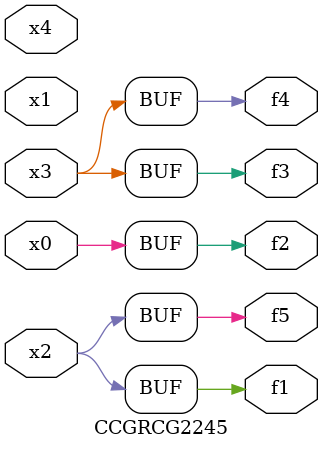
<source format=v>
module CCGRCG2245(
	input x0, x1, x2, x3, x4,
	output f1, f2, f3, f4, f5
);
	assign f1 = x2;
	assign f2 = x0;
	assign f3 = x3;
	assign f4 = x3;
	assign f5 = x2;
endmodule

</source>
